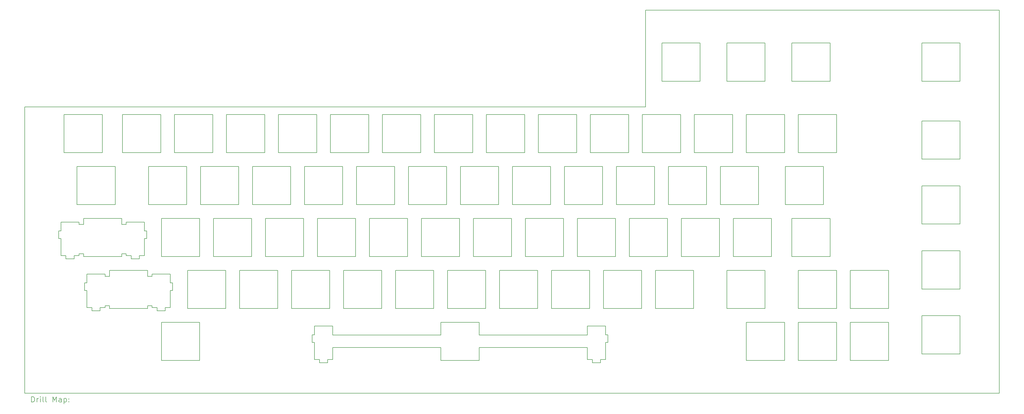
<source format=gbr>
%TF.GenerationSoftware,KiCad,Pcbnew,7.0.10*%
%TF.CreationDate,2024-01-05T01:58:24-05:00*%
%TF.ProjectId,plate,706c6174-652e-46b6-9963-61645f706362,rev?*%
%TF.SameCoordinates,Original*%
%TF.FileFunction,Drillmap*%
%TF.FilePolarity,Positive*%
%FSLAX45Y45*%
G04 Gerber Fmt 4.5, Leading zero omitted, Abs format (unit mm)*
G04 Created by KiCad (PCBNEW 7.0.10) date 2024-01-05 01:58:24*
%MOMM*%
%LPD*%
G01*
G04 APERTURE LIST*
%ADD10C,0.200000*%
G04 APERTURE END LIST*
D10*
X-3048000Y-10499400D02*
X32670800Y-10499400D01*
X19702000Y3550000D02*
X19702000Y0D01*
X-282000Y-7356400D02*
X-282000Y-7476400D01*
X16225700Y-3579400D02*
X14825700Y-3579400D01*
X-764500Y-6449400D02*
X-764500Y-6126400D01*
X4824500Y-5989400D02*
X6224500Y-5989400D01*
X-1128630Y-2179400D02*
X271370Y-2179400D01*
X2443250Y-274400D02*
X3843250Y-274400D01*
X17573900Y-8364400D02*
X17573900Y-8031400D01*
X29827600Y-4293780D02*
X29827600Y-2893780D01*
X18238900Y-8634400D02*
X18238900Y-9261400D01*
X27208200Y-7389400D02*
X27208200Y-5989400D01*
X24798200Y-1674400D02*
X23398200Y-1674400D01*
X27208200Y-5989400D02*
X28608200Y-5989400D01*
X12920700Y-2179400D02*
X14320700Y-2179400D01*
X1967000Y-7894400D02*
X3367000Y-7894400D01*
X-204880Y-274400D02*
X-204880Y-1674400D01*
X-764500Y-6729400D02*
X-852000Y-6729400D01*
X18130700Y-2179400D02*
X18130700Y-3579400D01*
X12415700Y-2179400D02*
X12415700Y-3579400D01*
X1623500Y-6216400D02*
X1623500Y-6126400D01*
X24798200Y-274400D02*
X24798200Y-1674400D01*
X24798200Y-9294400D02*
X23398200Y-9294400D01*
X1967000Y-4084400D02*
X3367000Y-4084400D01*
X17207000Y-5484400D02*
X17207000Y-4084400D01*
X2376000Y-6449400D02*
X2376000Y-6729400D01*
X-1534500Y-5571400D02*
X-1534500Y-5451400D01*
X29827600Y-9056280D02*
X29827600Y-7656280D01*
X2890750Y-3579400D02*
X1490750Y-3579400D01*
X29827600Y-5275030D02*
X31227600Y-5275030D01*
X-1604880Y-1674400D02*
X-1604880Y-274400D01*
X31227600Y-4293780D02*
X29827600Y-4293780D01*
X5777000Y-5484400D02*
X5777000Y-4084400D01*
X28608200Y-7389400D02*
X27208200Y-7389400D01*
X9110700Y-3579400D02*
X9110700Y-2179400D01*
X1336000Y-4824400D02*
X1336000Y-5451400D01*
X853500Y-5451400D02*
X671000Y-5451400D01*
X7486400Y-8634400D02*
X7486400Y-8354400D01*
X29827600Y-7656280D02*
X31227600Y-7656280D01*
X2919500Y-5989400D02*
X4319500Y-5989400D01*
X31227600Y2345000D02*
X31227600Y945000D01*
X-3048000Y0D02*
X-3048000Y-10499400D01*
X5300750Y-2179400D02*
X6700750Y-2179400D01*
X20064500Y-7389400D02*
X20064500Y-5989400D01*
X5272000Y-4084400D02*
X5272000Y-5484400D01*
X7756400Y-9381400D02*
X7756400Y-9261400D01*
X20302600Y945000D02*
X20302600Y2345000D01*
X7205700Y-2179400D02*
X8605700Y-2179400D01*
X-890500Y-5484400D02*
X-890500Y-5381400D01*
X22922000Y-4084400D02*
X24322000Y-4084400D01*
X7682000Y-5484400D02*
X7682000Y-4084400D01*
X8634500Y-7389400D02*
X8634500Y-5989400D01*
X14825700Y-2179400D02*
X16225700Y-2179400D01*
X18159500Y-7389400D02*
X18159500Y-5989400D01*
X7486400Y-8354400D02*
X7573900Y-8354400D01*
X3843250Y-1674400D02*
X2443250Y-1674400D01*
X26227000Y-3579400D02*
X24827000Y-3579400D01*
X1462000Y-6216400D02*
X1623500Y-6216400D01*
X19588200Y-1674400D02*
X19588200Y-274400D01*
X1967000Y-9294400D02*
X1967000Y-7894400D01*
X8056400Y-9261400D02*
X8056400Y-9381400D01*
X17756400Y-9381400D02*
X17756400Y-9261400D01*
X21017000Y-5484400D02*
X21017000Y-4084400D01*
X16730700Y-2179400D02*
X18130700Y-2179400D01*
X13844500Y-5989400D02*
X13844500Y-7389400D01*
X5777000Y-4084400D02*
X7177000Y-4084400D01*
X12920700Y-3579400D02*
X12920700Y-2179400D01*
X8129500Y-5989400D02*
X8129500Y-7389400D01*
X-764500Y-6126400D02*
X-99500Y-6126400D01*
X509500Y-5381400D02*
X509500Y-5484400D01*
X-1234500Y-5451400D02*
X-1234500Y-5571400D01*
X11492000Y-4084400D02*
X12892000Y-4084400D01*
X2288500Y-6126400D02*
X2288500Y-6449400D01*
X12206400Y-8364400D02*
X12206400Y-7894400D01*
X29827600Y-6675030D02*
X29827600Y-5275030D01*
X1462000Y-5989400D02*
X1462000Y-6216400D01*
X16254500Y-5989400D02*
X17654500Y-5989400D01*
X62000Y-5989400D02*
X1462000Y-5989400D01*
X21940700Y-2179400D02*
X21940700Y-3579400D01*
X-890500Y-4311400D02*
X-890500Y-4084400D01*
X62000Y-7286400D02*
X-99500Y-7286400D01*
X21702600Y2345000D02*
X21702600Y945000D01*
X19112000Y-4084400D02*
X20512000Y-4084400D01*
X29827600Y-512530D02*
X31227600Y-512530D01*
X31227600Y-7656280D02*
X31227600Y-9056280D01*
X-1052000Y-4221400D02*
X-1052000Y-4311400D01*
X32670800Y-10499400D02*
X32670800Y3550000D01*
X17573900Y-8031400D02*
X18238900Y-8031400D01*
X24322000Y-5484400D02*
X22922000Y-5484400D01*
X18326400Y-8354400D02*
X18326400Y-8634400D01*
X10987000Y-5484400D02*
X9587000Y-5484400D01*
X-99500Y-6126400D02*
X-99500Y-6216400D01*
X15302000Y-4084400D02*
X16702000Y-4084400D01*
X13606400Y-8824400D02*
X13606400Y-9294400D01*
X6224500Y-5989400D02*
X6224500Y-7389400D01*
X2106000Y-7476400D02*
X1806000Y-7476400D01*
X12444500Y-7389400D02*
X12444500Y-5989400D01*
X26465100Y945000D02*
X25065100Y945000D01*
X8634500Y-5989400D02*
X10034500Y-5989400D01*
X11015700Y-3579400D02*
X11015700Y-2179400D01*
X4348250Y-1674400D02*
X4348250Y-274400D01*
X-1717000Y-4544400D02*
X-1717000Y-4221400D01*
X12206400Y-8824400D02*
X8238900Y-8824400D01*
X25303200Y-7894400D02*
X26703200Y-7894400D01*
X271370Y-3579400D02*
X-1128630Y-3579400D01*
X1153500Y-5571400D02*
X853500Y-5571400D01*
X509500Y-4084400D02*
X509500Y-4311400D01*
X3367000Y-5484400D02*
X1967000Y-5484400D01*
X1938250Y-274400D02*
X1938250Y-1674400D01*
X22683900Y-7389400D02*
X22683900Y-5989400D01*
X22417000Y-5484400D02*
X21017000Y-5484400D01*
X3843250Y-274400D02*
X3843250Y-1674400D01*
X20035700Y-2179400D02*
X20035700Y-3579400D01*
X18130700Y-3579400D02*
X16730700Y-3579400D01*
X-1717000Y-5451400D02*
X-1717000Y-4824400D01*
X-582000Y-7356400D02*
X-764500Y-7356400D01*
X14797000Y-5484400D02*
X13397000Y-5484400D01*
X21493200Y-1674400D02*
X21493200Y-274400D01*
X10510700Y-2179400D02*
X10510700Y-3579400D01*
X4348250Y-274400D02*
X5748250Y-274400D01*
X31227600Y-6675030D02*
X29827600Y-6675030D01*
X6729500Y-5989400D02*
X8129500Y-5989400D01*
X3367000Y-7894400D02*
X3367000Y-9294400D01*
X14349500Y-5989400D02*
X15749500Y-5989400D01*
X13368200Y-1674400D02*
X11968200Y-1674400D01*
X23398200Y-7894400D02*
X24798200Y-7894400D01*
X6700750Y-2179400D02*
X6700750Y-3579400D01*
X13606400Y-7894400D02*
X13606400Y-8364400D01*
X62000Y-6216400D02*
X62000Y-5989400D01*
X18238900Y-8031400D02*
X18238900Y-8354400D01*
X1462000Y-7389400D02*
X62000Y-7389400D01*
X7653200Y-274400D02*
X7653200Y-1674400D01*
X671000Y-5381400D02*
X509500Y-5381400D01*
X4319500Y-5989400D02*
X4319500Y-7389400D01*
X22922000Y-5484400D02*
X22922000Y-4084400D01*
X8238900Y-9261400D02*
X8056400Y-9261400D01*
X18635700Y-3579400D02*
X18635700Y-2179400D01*
X18635700Y-2179400D02*
X20035700Y-2179400D01*
X2443250Y-1674400D02*
X2443250Y-274400D01*
X18056400Y-9261400D02*
X18056400Y-9381400D01*
X7756400Y-9261400D02*
X7573900Y-9261400D01*
X23398200Y-9294400D02*
X23398200Y-7894400D01*
X20064500Y-5989400D02*
X21464500Y-5989400D01*
X24798200Y-7894400D02*
X24798200Y-9294400D01*
X13873200Y-274400D02*
X15273200Y-274400D01*
X3367000Y-9294400D02*
X1967000Y-9294400D01*
X8605700Y-3579400D02*
X7205700Y-3579400D01*
X9558200Y-1674400D02*
X8158200Y-1674400D01*
X1336000Y-4221400D02*
X1336000Y-4544400D01*
X24083900Y945000D02*
X22683900Y945000D01*
X-1052000Y-5381400D02*
X-1052000Y-5451400D01*
X6253250Y-274400D02*
X7653200Y-274400D01*
X10987000Y-4084400D02*
X10987000Y-5484400D01*
X13844500Y-7389400D02*
X12444500Y-7389400D01*
X-764500Y-7356400D02*
X-764500Y-6729400D01*
X16254500Y-7389400D02*
X16254500Y-5989400D01*
X1462000Y-7286400D02*
X1462000Y-7389400D01*
X29827600Y2345000D02*
X31227600Y2345000D01*
X19083200Y-274400D02*
X19083200Y-1674400D01*
X18238900Y-9261400D02*
X18056400Y-9261400D01*
X22445700Y-3579400D02*
X22445700Y-2179400D01*
X853500Y-5571400D02*
X853500Y-5451400D01*
X3395750Y-3579400D02*
X3395750Y-2179400D01*
X14320700Y-2179400D02*
X14320700Y-3579400D01*
X13606400Y-8364400D02*
X17573900Y-8364400D01*
X3872000Y-5484400D02*
X3872000Y-4084400D01*
X1806000Y-7476400D02*
X1806000Y-7356400D01*
X-282000Y-7476400D02*
X-582000Y-7476400D01*
X31227600Y-1912530D02*
X29827600Y-1912530D01*
X671000Y-4221400D02*
X1336000Y-4221400D01*
X22683900Y2345000D02*
X24083900Y2345000D01*
X17573900Y-8824400D02*
X13606400Y-8824400D01*
X11463200Y-274400D02*
X11463200Y-1674400D01*
X32670800Y3550000D02*
X19702000Y3550000D01*
X1336000Y-5451400D02*
X1153500Y-5451400D01*
X26703200Y-7894400D02*
X26703200Y-9294400D01*
X20988200Y-274400D02*
X20988200Y-1674400D01*
X29827600Y945000D02*
X29827600Y2345000D01*
X14825700Y-3579400D02*
X14825700Y-2179400D01*
X15273200Y-1674400D02*
X13873200Y-1674400D01*
X13873200Y-1674400D02*
X13873200Y-274400D01*
X7573900Y-8031400D02*
X8238900Y-8031400D01*
X2288500Y-7356400D02*
X2106000Y-7356400D01*
X31227600Y-2893780D02*
X31227600Y-4293780D01*
X538250Y-1674400D02*
X538250Y-274400D01*
X21702600Y945000D02*
X20302600Y945000D01*
X8238900Y-8364400D02*
X12206400Y-8364400D01*
X1967000Y-5484400D02*
X1967000Y-4084400D01*
X9110700Y-2179400D02*
X10510700Y-2179400D01*
X1423500Y-4824400D02*
X1336000Y-4824400D01*
X17178200Y-1674400D02*
X15778200Y-1674400D01*
X4824500Y-7389400D02*
X4824500Y-5989400D01*
X31227600Y-512530D02*
X31227600Y-1912530D01*
X15749500Y-5989400D02*
X15749500Y-7389400D01*
X-1534500Y-5451400D02*
X-1717000Y-5451400D01*
X25303200Y-274400D02*
X26703200Y-274400D01*
X671000Y-4311400D02*
X671000Y-4221400D01*
X-1717000Y-4824400D02*
X-1804500Y-4824400D01*
X25303200Y-5989400D02*
X26703200Y-5989400D01*
X1806000Y-7356400D02*
X1623500Y-7356400D01*
X20512000Y-5484400D02*
X19112000Y-5484400D01*
X24083900Y2345000D02*
X24083900Y945000D01*
X1938250Y-1674400D02*
X538250Y-1674400D01*
X29827600Y-1912530D02*
X29827600Y-512530D01*
X31227600Y-5275030D02*
X31227600Y-6675030D01*
X17683200Y-274400D02*
X19083200Y-274400D01*
X7177000Y-5484400D02*
X5777000Y-5484400D01*
X20302600Y2345000D02*
X21702600Y2345000D01*
X3395750Y-2179400D02*
X4795750Y-2179400D01*
X14797000Y-4084400D02*
X14797000Y-5484400D01*
X10063200Y-274400D02*
X11463200Y-274400D01*
X18607000Y-4084400D02*
X18607000Y-5484400D01*
X2288500Y-6449400D02*
X2376000Y-6449400D01*
X26465100Y-5484400D02*
X25065100Y-5484400D01*
X13397000Y-5484400D02*
X13397000Y-4084400D01*
X24083900Y-5989400D02*
X24083900Y-7389400D01*
X25065100Y-4084400D02*
X26465100Y-4084400D01*
X12444500Y-5989400D02*
X13844500Y-5989400D01*
X2890750Y-2179400D02*
X2890750Y-3579400D01*
X-1234500Y-5571400D02*
X-1534500Y-5571400D01*
X12415700Y-3579400D02*
X11015700Y-3579400D01*
X23398200Y-1674400D02*
X23398200Y-274400D01*
X12206400Y-7894400D02*
X13606400Y-7894400D01*
X23845700Y-3579400D02*
X22445700Y-3579400D01*
X22893200Y-274400D02*
X22893200Y-1674400D01*
X6253250Y-1674400D02*
X6253250Y-274400D01*
X7653200Y-1674400D02*
X6253250Y-1674400D01*
X28608200Y-5989400D02*
X28608200Y-7389400D01*
X10034500Y-7389400D02*
X8634500Y-7389400D01*
X17654500Y-5989400D02*
X17654500Y-7389400D01*
X271370Y-2179400D02*
X271370Y-3579400D01*
X21464500Y-5989400D02*
X21464500Y-7389400D01*
X2106000Y-7356400D02*
X2106000Y-7476400D01*
X11968200Y-1674400D02*
X11968200Y-274400D01*
X22683900Y-5989400D02*
X24083900Y-5989400D01*
X20035700Y-3579400D02*
X18635700Y-3579400D01*
X31227600Y945000D02*
X29827600Y945000D01*
X24827000Y-2179400D02*
X26227000Y-2179400D01*
X1336000Y-4544400D02*
X1423500Y-4544400D01*
X17573900Y-9261400D02*
X17573900Y-8824400D01*
X26227000Y-2179400D02*
X26227000Y-3579400D01*
X8158200Y-274400D02*
X9558200Y-274400D01*
X15778200Y-1674400D02*
X15778200Y-274400D01*
X4795750Y-2179400D02*
X4795750Y-3579400D01*
X5748250Y-1674400D02*
X4348250Y-1674400D01*
X21017000Y-4084400D02*
X22417000Y-4084400D01*
X16702000Y-5484400D02*
X15302000Y-5484400D01*
X7573900Y-8354400D02*
X7573900Y-8031400D01*
X18159500Y-5989400D02*
X19559500Y-5989400D01*
X-1804500Y-4824400D02*
X-1804500Y-4544400D01*
X11939500Y-7389400D02*
X10539500Y-7389400D01*
X6224500Y-7389400D02*
X4824500Y-7389400D01*
X8158200Y-1674400D02*
X8158200Y-274400D01*
X11015700Y-2179400D02*
X12415700Y-2179400D01*
X13606400Y-9294400D02*
X12206400Y-9294400D01*
X-852000Y-6449400D02*
X-764500Y-6449400D01*
X5748250Y-274400D02*
X5748250Y-1674400D01*
X26703200Y-7389400D02*
X25303200Y-7389400D01*
X10510700Y-3579400D02*
X9110700Y-3579400D01*
X62000Y-7389400D02*
X62000Y-7286400D01*
X-582000Y-7476400D02*
X-582000Y-7356400D01*
X18238900Y-8354400D02*
X18326400Y-8354400D01*
X24083900Y-7389400D02*
X22683900Y-7389400D01*
X16702000Y-4084400D02*
X16702000Y-5484400D01*
X-204880Y-1674400D02*
X-1604880Y-1674400D01*
X22445700Y-2179400D02*
X23845700Y-2179400D01*
X7573900Y-9261400D02*
X7573900Y-8634400D01*
X17756400Y-9261400D02*
X17573900Y-9261400D01*
X11492000Y-5484400D02*
X11492000Y-4084400D01*
X9082000Y-4084400D02*
X9082000Y-5484400D01*
X22893200Y-1674400D02*
X21493200Y-1674400D01*
X-1128630Y-3579400D02*
X-1128630Y-2179400D01*
X19702000Y0D02*
X-3048000Y0D01*
X14320700Y-3579400D02*
X12920700Y-3579400D01*
X8238900Y-8824400D02*
X8238900Y-9261400D01*
X25303200Y-9294400D02*
X25303200Y-7894400D01*
X1423500Y-4544400D02*
X1423500Y-4824400D01*
X15302000Y-5484400D02*
X15302000Y-4084400D01*
X538250Y-274400D02*
X1938250Y-274400D01*
X27208200Y-7894400D02*
X28608200Y-7894400D01*
X18056400Y-9381400D02*
X17756400Y-9381400D01*
X25303200Y-1674400D02*
X25303200Y-274400D01*
X25065100Y-5484400D02*
X25065100Y-4084400D01*
X3872000Y-4084400D02*
X5272000Y-4084400D01*
X13397000Y-4084400D02*
X14797000Y-4084400D01*
X11968200Y-274400D02*
X13368200Y-274400D01*
X26465100Y2345000D02*
X26465100Y945000D01*
X17654500Y-7389400D02*
X16254500Y-7389400D01*
X8605700Y-2179400D02*
X8605700Y-3579400D01*
X17207000Y-4084400D02*
X18607000Y-4084400D01*
X7573900Y-8634400D02*
X7486400Y-8634400D01*
X10539500Y-7389400D02*
X10539500Y-5989400D01*
X5272000Y-5484400D02*
X3872000Y-5484400D01*
X20512000Y-4084400D02*
X20512000Y-5484400D01*
X26703200Y-1674400D02*
X25303200Y-1674400D01*
X19083200Y-1674400D02*
X17683200Y-1674400D01*
X-99500Y-7356400D02*
X-282000Y-7356400D01*
X8129500Y-7389400D02*
X6729500Y-7389400D01*
X509500Y-4311400D02*
X671000Y-4311400D01*
X19559500Y-5989400D02*
X19559500Y-7389400D01*
X14349500Y-7389400D02*
X14349500Y-5989400D01*
X2919500Y-7389400D02*
X2919500Y-5989400D01*
X6700750Y-3579400D02*
X5300750Y-3579400D01*
X27208200Y-9294400D02*
X27208200Y-7894400D01*
X1623500Y-6126400D02*
X2288500Y-6126400D01*
X17683200Y-1674400D02*
X17683200Y-274400D01*
X-890500Y-5381400D02*
X-1052000Y-5381400D01*
X4795750Y-3579400D02*
X3395750Y-3579400D01*
X17178200Y-274400D02*
X17178200Y-1674400D01*
X10034500Y-5989400D02*
X10034500Y-7389400D01*
X22683900Y945000D02*
X22683900Y2345000D01*
X20540700Y-3579400D02*
X20540700Y-2179400D01*
X25065100Y2345000D02*
X26465100Y2345000D01*
X9558200Y-274400D02*
X9558200Y-1674400D01*
X21464500Y-7389400D02*
X20064500Y-7389400D01*
X12892000Y-4084400D02*
X12892000Y-5484400D01*
X16225700Y-2179400D02*
X16225700Y-3579400D01*
X15778200Y-274400D02*
X17178200Y-274400D01*
X15273200Y-274400D02*
X15273200Y-1674400D01*
X23398200Y-274400D02*
X24798200Y-274400D01*
X-1717000Y-4221400D02*
X-1052000Y-4221400D01*
X20988200Y-1674400D02*
X19588200Y-1674400D01*
X15749500Y-7389400D02*
X14349500Y-7389400D01*
X4319500Y-7389400D02*
X2919500Y-7389400D01*
X7205700Y-3579400D02*
X7205700Y-2179400D01*
X9082000Y-5484400D02*
X7682000Y-5484400D01*
X23845700Y-2179400D02*
X23845700Y-3579400D01*
X19559500Y-7389400D02*
X18159500Y-7389400D01*
X16730700Y-3579400D02*
X16730700Y-2179400D01*
X25065100Y945000D02*
X25065100Y2345000D01*
X21940700Y-3579400D02*
X20540700Y-3579400D01*
X5300750Y-3579400D02*
X5300750Y-2179400D01*
X-1052000Y-4311400D02*
X-890500Y-4311400D01*
X2376000Y-6729400D02*
X2288500Y-6729400D01*
X11939500Y-5989400D02*
X11939500Y-7389400D01*
X24322000Y-4084400D02*
X24322000Y-5484400D01*
X22417000Y-4084400D02*
X22417000Y-5484400D01*
X12892000Y-5484400D02*
X11492000Y-5484400D01*
X31227600Y-9056280D02*
X29827600Y-9056280D01*
X10539500Y-5989400D02*
X11939500Y-5989400D01*
X-890500Y-4084400D02*
X509500Y-4084400D01*
X19588200Y-274400D02*
X20988200Y-274400D01*
X12206400Y-9294400D02*
X12206400Y-8824400D01*
X26703200Y-274400D02*
X26703200Y-1674400D01*
X1490750Y-2179400D02*
X2890750Y-2179400D01*
X29827600Y-2893780D02*
X31227600Y-2893780D01*
X-852000Y-6729400D02*
X-852000Y-6449400D01*
X7177000Y-4084400D02*
X7177000Y-5484400D01*
X19112000Y-5484400D02*
X19112000Y-4084400D01*
X-1052000Y-5451400D02*
X-1234500Y-5451400D01*
X1490750Y-3579400D02*
X1490750Y-2179400D01*
X8238900Y-8031400D02*
X8238900Y-8364400D01*
X-1604880Y-274400D02*
X-204880Y-274400D01*
X1623500Y-7356400D02*
X1623500Y-7286400D01*
X26703200Y-5989400D02*
X26703200Y-7389400D01*
X25303200Y-7389400D02*
X25303200Y-5989400D01*
X8056400Y-9381400D02*
X7756400Y-9381400D01*
X-99500Y-6216400D02*
X62000Y-6216400D01*
X26703200Y-9294400D02*
X25303200Y-9294400D01*
X10063200Y-1674400D02*
X10063200Y-274400D01*
X18326400Y-8634400D02*
X18238900Y-8634400D01*
X9587000Y-4084400D02*
X10987000Y-4084400D01*
X21493200Y-274400D02*
X22893200Y-274400D01*
X28608200Y-7894400D02*
X28608200Y-9294400D01*
X671000Y-5451400D02*
X671000Y-5381400D01*
X7682000Y-4084400D02*
X9082000Y-4084400D01*
X509500Y-5484400D02*
X-890500Y-5484400D01*
X1623500Y-7286400D02*
X1462000Y-7286400D01*
X24827000Y-3579400D02*
X24827000Y-2179400D01*
X11463200Y-1674400D02*
X10063200Y-1674400D01*
X20540700Y-2179400D02*
X21940700Y-2179400D01*
X13368200Y-274400D02*
X13368200Y-1674400D01*
X26465100Y-4084400D02*
X26465100Y-5484400D01*
X3367000Y-4084400D02*
X3367000Y-5484400D01*
X2288500Y-6729400D02*
X2288500Y-7356400D01*
X28608200Y-9294400D02*
X27208200Y-9294400D01*
X1153500Y-5451400D02*
X1153500Y-5571400D01*
X18607000Y-5484400D02*
X17207000Y-5484400D01*
X-99500Y-7286400D02*
X-99500Y-7356400D01*
X6729500Y-7389400D02*
X6729500Y-5989400D01*
X-1804500Y-4544400D02*
X-1717000Y-4544400D01*
X9587000Y-5484400D02*
X9587000Y-4084400D01*
X-2797223Y-10820884D02*
X-2797223Y-10620884D01*
X-2797223Y-10620884D02*
X-2749604Y-10620884D01*
X-2749604Y-10620884D02*
X-2721033Y-10630408D01*
X-2721033Y-10630408D02*
X-2701985Y-10649455D01*
X-2701985Y-10649455D02*
X-2692461Y-10668503D01*
X-2692461Y-10668503D02*
X-2682937Y-10706598D01*
X-2682937Y-10706598D02*
X-2682937Y-10735170D01*
X-2682937Y-10735170D02*
X-2692461Y-10773265D01*
X-2692461Y-10773265D02*
X-2701985Y-10792312D01*
X-2701985Y-10792312D02*
X-2721033Y-10811360D01*
X-2721033Y-10811360D02*
X-2749604Y-10820884D01*
X-2749604Y-10820884D02*
X-2797223Y-10820884D01*
X-2597223Y-10820884D02*
X-2597223Y-10687550D01*
X-2597223Y-10725646D02*
X-2587699Y-10706598D01*
X-2587699Y-10706598D02*
X-2578176Y-10697074D01*
X-2578176Y-10697074D02*
X-2559128Y-10687550D01*
X-2559128Y-10687550D02*
X-2540080Y-10687550D01*
X-2473414Y-10820884D02*
X-2473414Y-10687550D01*
X-2473414Y-10620884D02*
X-2482937Y-10630408D01*
X-2482937Y-10630408D02*
X-2473414Y-10639931D01*
X-2473414Y-10639931D02*
X-2463890Y-10630408D01*
X-2463890Y-10630408D02*
X-2473414Y-10620884D01*
X-2473414Y-10620884D02*
X-2473414Y-10639931D01*
X-2349604Y-10820884D02*
X-2368652Y-10811360D01*
X-2368652Y-10811360D02*
X-2378176Y-10792312D01*
X-2378176Y-10792312D02*
X-2378176Y-10620884D01*
X-2244842Y-10820884D02*
X-2263890Y-10811360D01*
X-2263890Y-10811360D02*
X-2273414Y-10792312D01*
X-2273414Y-10792312D02*
X-2273414Y-10620884D01*
X-2016271Y-10820884D02*
X-2016271Y-10620884D01*
X-2016271Y-10620884D02*
X-1949604Y-10763741D01*
X-1949604Y-10763741D02*
X-1882937Y-10620884D01*
X-1882937Y-10620884D02*
X-1882937Y-10820884D01*
X-1701985Y-10820884D02*
X-1701985Y-10716122D01*
X-1701985Y-10716122D02*
X-1711509Y-10697074D01*
X-1711509Y-10697074D02*
X-1730556Y-10687550D01*
X-1730556Y-10687550D02*
X-1768652Y-10687550D01*
X-1768652Y-10687550D02*
X-1787699Y-10697074D01*
X-1701985Y-10811360D02*
X-1721033Y-10820884D01*
X-1721033Y-10820884D02*
X-1768652Y-10820884D01*
X-1768652Y-10820884D02*
X-1787699Y-10811360D01*
X-1787699Y-10811360D02*
X-1797223Y-10792312D01*
X-1797223Y-10792312D02*
X-1797223Y-10773265D01*
X-1797223Y-10773265D02*
X-1787699Y-10754217D01*
X-1787699Y-10754217D02*
X-1768652Y-10744693D01*
X-1768652Y-10744693D02*
X-1721033Y-10744693D01*
X-1721033Y-10744693D02*
X-1701985Y-10735170D01*
X-1606747Y-10687550D02*
X-1606747Y-10887550D01*
X-1606747Y-10697074D02*
X-1587699Y-10687550D01*
X-1587699Y-10687550D02*
X-1549604Y-10687550D01*
X-1549604Y-10687550D02*
X-1530556Y-10697074D01*
X-1530556Y-10697074D02*
X-1521033Y-10706598D01*
X-1521033Y-10706598D02*
X-1511509Y-10725646D01*
X-1511509Y-10725646D02*
X-1511509Y-10782789D01*
X-1511509Y-10782789D02*
X-1521033Y-10801836D01*
X-1521033Y-10801836D02*
X-1530556Y-10811360D01*
X-1530556Y-10811360D02*
X-1549604Y-10820884D01*
X-1549604Y-10820884D02*
X-1587699Y-10820884D01*
X-1587699Y-10820884D02*
X-1606747Y-10811360D01*
X-1425794Y-10801836D02*
X-1416271Y-10811360D01*
X-1416271Y-10811360D02*
X-1425794Y-10820884D01*
X-1425794Y-10820884D02*
X-1435318Y-10811360D01*
X-1435318Y-10811360D02*
X-1425794Y-10801836D01*
X-1425794Y-10801836D02*
X-1425794Y-10820884D01*
X-1425794Y-10697074D02*
X-1416271Y-10706598D01*
X-1416271Y-10706598D02*
X-1425794Y-10716122D01*
X-1425794Y-10716122D02*
X-1435318Y-10706598D01*
X-1435318Y-10706598D02*
X-1425794Y-10697074D01*
X-1425794Y-10697074D02*
X-1425794Y-10716122D01*
M02*

</source>
